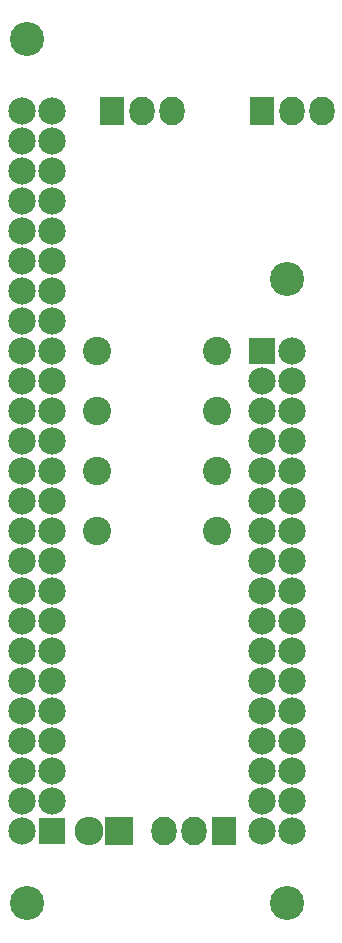
<source format=gbr>
G04 #@! TF.FileFunction,Soldermask,Bot*
%FSLAX46Y46*%
G04 Gerber Fmt 4.6, Leading zero omitted, Abs format (unit mm)*
G04 Created by KiCad (PCBNEW (2014-12-16 BZR 5324)-product) date Thursday, July 30, 2015 'PMt' 09:23:13 PM*
%MOMM*%
G01*
G04 APERTURE LIST*
%ADD10C,0.127000*%
%ADD11R,2.305000X2.305000*%
%ADD12C,2.305000*%
%ADD13C,2.889200*%
%ADD14R,2.432000X2.432000*%
%ADD15O,2.432000X2.432000*%
%ADD16R,2.127200X2.432000*%
%ADD17O,2.127200X2.432000*%
%ADD18C,2.398980*%
G04 APERTURE END LIST*
D10*
D11*
X8890000Y11430000D03*
D12*
X6350000Y11430000D03*
X8890000Y13970000D03*
X6350000Y13970000D03*
X8890000Y16510000D03*
X6350000Y16510000D03*
X8890000Y19050000D03*
X6350000Y19050000D03*
X8890000Y21590000D03*
X6350000Y21590000D03*
X8890000Y24130000D03*
X6350000Y24130000D03*
X8890000Y26670000D03*
X6350000Y26670000D03*
X8890000Y29210000D03*
X6350000Y29210000D03*
X8890000Y31750000D03*
X6350000Y31750000D03*
X8890000Y34290000D03*
X6350000Y34290000D03*
X8890000Y36830000D03*
X6350000Y36830000D03*
X8890000Y39370000D03*
X6350000Y39370000D03*
X8890000Y41910000D03*
X6350000Y41910000D03*
X8890000Y44450000D03*
X6350000Y44450000D03*
X8890000Y46990000D03*
X6350000Y46990000D03*
X8890000Y49530000D03*
X6350000Y49530000D03*
X8890000Y52070000D03*
X6350000Y52070000D03*
X8890000Y54610000D03*
X6350000Y54610000D03*
X8890000Y57150000D03*
X6350000Y57150000D03*
X8890000Y59690000D03*
X6350000Y59690000D03*
X8890000Y62230000D03*
X6350000Y62230000D03*
X8890000Y64770000D03*
X6350000Y64770000D03*
X8890000Y67310000D03*
X6350000Y67310000D03*
X8890000Y69850000D03*
X6350000Y69850000D03*
X8890000Y72390000D03*
X6350000Y72390000D03*
D13*
X6760000Y5310000D03*
X6760000Y78510000D03*
D11*
X26670000Y52070000D03*
D12*
X29210000Y52070000D03*
X26670000Y49530000D03*
X29210000Y49530000D03*
X26670000Y46990000D03*
X29210000Y46990000D03*
X26670000Y44450000D03*
X29210000Y44450000D03*
X26670000Y41910000D03*
X29210000Y41910000D03*
X26670000Y39370000D03*
X29210000Y39370000D03*
X26670000Y36830000D03*
X29210000Y36830000D03*
X26670000Y34290000D03*
X29210000Y34290000D03*
X26670000Y31750000D03*
X29210000Y31750000D03*
X26670000Y29210000D03*
X29210000Y29210000D03*
X26670000Y26670000D03*
X29210000Y26670000D03*
X26670000Y24130000D03*
X29210000Y24130000D03*
X26670000Y21590000D03*
X29210000Y21590000D03*
X26670000Y19050000D03*
X29210000Y19050000D03*
X26670000Y16510000D03*
X29210000Y16510000D03*
X26670000Y13970000D03*
X29210000Y13970000D03*
X26670000Y11430000D03*
X29210000Y11430000D03*
D13*
X28800000Y58190000D03*
X28800000Y5310000D03*
D14*
X14605000Y11430000D03*
D15*
X12065000Y11430000D03*
D16*
X13970000Y72390000D03*
D17*
X16510000Y72390000D03*
X19050000Y72390000D03*
D16*
X26670000Y72390000D03*
D17*
X29210000Y72390000D03*
X31750000Y72390000D03*
D18*
X22860000Y52070000D03*
X12700000Y52070000D03*
X22860000Y46990000D03*
X12700000Y46990000D03*
X22860000Y41910000D03*
X12700000Y41910000D03*
X22860000Y36830000D03*
X12700000Y36830000D03*
D16*
X23495000Y11430000D03*
D17*
X20955000Y11430000D03*
X18415000Y11430000D03*
M02*

</source>
